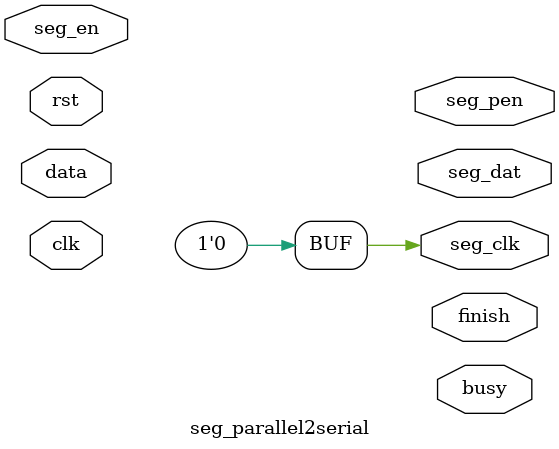
<source format=v>
/**
 * Seg Parallel-Serial Converter.
 * Author: Frank Shaw    <xiaoqingzhe@gmail.com>
 */
module seg_parallel2serial (
	input wire clk,  // main clock should be 200MHz
	input wire rst,  // synchronous reset
	input wire [63:0] data,  // parallel input data
	input wire seg_en,	// seg enable signal
	output reg busy,  // busy flag
	output reg finish,  // finish acknowledgement
	output reg seg_clk = 0,  // serial clock
	output wire seg_pen,	// serial enable output
	output wire seg_dat  // serial output data
	);
	
endmodule

</source>
